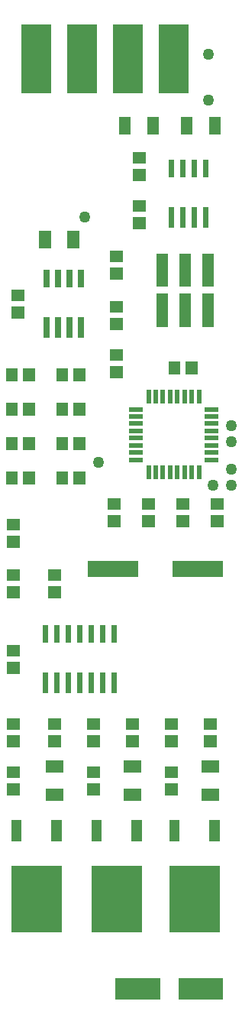
<source format=gbr>
G04 start of page 9 for group -4015 idx -4015 *
G04 Title: LED driver v. 0.1, toppaste *
G04 Creator: pcb 1.99x *
G04 CreationDate: Sun Jul 26 20:33:58 2009 UTC *
G04 For: davidellsworth *
G04 Format: Gerber/RS-274X *
G04 PCB-Dimensions: 113000 481000 *
G04 PCB-Coordinate-Origin: lower left *
%MOIN*%
%FSLAX24Y24*%
%LNFRONTPASTE*%
%ADD18C,0.0500*%
%ADD24R,0.0512X0.0512*%
%ADD25R,0.0250X0.0250*%
%ADD26R,0.1300X0.1300*%
%ADD27R,0.0200X0.0200*%
%ADD28R,0.0500X0.0500*%
%ADD29R,0.2200X0.2200*%
%ADD30R,0.0450X0.0450*%
%ADD31R,0.0950X0.0950*%
%ADD32R,0.0700X0.0700*%
G54D29*X2100Y10200D02*Y9500D01*
G54D30*X2975Y13075D02*Y12575D01*
X1225Y13075D02*Y12575D01*
G54D24*X6560Y39322D02*X6639D01*
X6560Y40077D02*X6639D01*
G54D28*X7600Y36000D02*Y35050D01*
Y37750D02*Y36800D01*
X8600Y36000D02*Y35050D01*
Y37750D02*Y36800D01*
X9600Y36000D02*Y35050D01*
Y37750D02*Y36800D01*
G54D18*X10600Y29800D03*
Y28600D03*
G54D25*X8000Y41950D02*Y41450D01*
X8500Y41950D02*Y41450D01*
X9000Y41950D02*Y41450D01*
X9500Y41950D02*Y41450D01*
X8500Y39900D02*Y39250D01*
X9000Y39900D02*Y39250D01*
X9500Y39900D02*Y39250D01*
X8000Y39900D02*Y39250D01*
G54D18*X10600Y30500D03*
Y27900D03*
X9800D03*
X4200Y39600D03*
G54D24*X4560Y14622D02*X4639D01*
X4560Y15377D02*X4639D01*
X5560Y37122D02*X5639D01*
X5560Y37877D02*X5639D01*
X1260Y36177D02*X1339D01*
X1260Y35422D02*X1339D01*
X6181Y15615D02*X6418D01*
X6181Y14384D02*X6418D01*
X1060Y16722D02*X1139D01*
X1060Y17477D02*X1139D01*
X1060Y14622D02*X1139D01*
X1060Y15377D02*X1139D01*
X1060Y25422D02*X1139D01*
X1060Y26177D02*X1139D01*
X9581Y15615D02*X9818D01*
X9581Y14384D02*X9818D01*
X9660Y16722D02*X9739D01*
X9660Y17477D02*X9739D01*
X3222Y31239D02*Y31160D01*
X3977Y31239D02*Y31160D01*
X9960Y26322D02*X10039D01*
X9960Y27077D02*X10039D01*
G54D32*X8400Y24250D02*X9900D01*
X4700D02*X6200D01*
G54D24*X8460Y27077D02*X8539D01*
X8460Y26322D02*X8539D01*
G54D27*X6997Y28646D02*Y28246D01*
X7312Y28646D02*Y28246D01*
X7627Y28646D02*Y28246D01*
X7942Y28646D02*Y28246D01*
X8257Y28646D02*Y28246D01*
X8572Y28646D02*Y28246D01*
X8887Y28646D02*Y28246D01*
X9202Y28646D02*Y28246D01*
X9553Y28997D02*X9953D01*
X9553Y29312D02*X9953D01*
X9553Y29627D02*X9953D01*
X9553Y29942D02*X9953D01*
X9553Y30257D02*X9953D01*
X9553Y30572D02*X9953D01*
X9553Y30887D02*X9953D01*
X9553Y31202D02*X9953D01*
X9202Y31953D02*Y31553D01*
X8887Y31953D02*Y31553D01*
X8572Y31953D02*Y31553D01*
X8257Y31953D02*Y31553D01*
X7942Y31953D02*Y31553D01*
X7627Y31953D02*Y31553D01*
X7312Y31953D02*Y31553D01*
X6997Y31953D02*Y31553D01*
X6246Y31202D02*X6646D01*
X6246Y30887D02*X6646D01*
X6246Y30572D02*X6646D01*
X6246Y30257D02*X6646D01*
X6246Y29942D02*X6646D01*
X6246Y29627D02*X6646D01*
X6246Y29312D02*X6646D01*
X6246Y28997D02*X6646D01*
G54D25*X2550Y37150D02*Y36650D01*
X3050Y37150D02*Y36650D01*
X3550Y37150D02*Y36650D01*
X4050Y37150D02*Y36650D01*
X3050Y35100D02*Y34450D01*
X3550Y35100D02*Y34450D01*
X4050Y35100D02*Y34450D01*
X2550Y35100D02*Y34450D01*
G54D24*X7960Y14622D02*X8039D01*
X7960Y15377D02*X8039D01*
X2781Y15615D02*X3018D01*
X2781Y14384D02*X3018D01*
X7960Y16722D02*X8039D01*
X7960Y17477D02*X8039D01*
G54D29*X5600Y10200D02*Y9500D01*
G54D30*X6475Y13075D02*Y12575D01*
X4725Y13075D02*Y12575D01*
G54D18*X9600Y44700D03*
G54D24*X1022Y31239D02*Y31160D01*
X1777Y31239D02*Y31160D01*
X2860Y16722D02*X2939D01*
X2860Y17477D02*X2939D01*
G54D18*X9600Y46700D03*
G54D24*X1022Y29739D02*Y29660D01*
X1777Y29739D02*Y29660D01*
X5460Y26322D02*X5539D01*
X5460Y27077D02*X5539D01*
X2860Y23222D02*X2939D01*
X2860Y23977D02*X2939D01*
X3222Y29739D02*Y29660D01*
X3977Y29739D02*Y29660D01*
X1060Y19922D02*X1139D01*
X1060Y20677D02*X1139D01*
X6260Y16722D02*X6339D01*
X6260Y17477D02*X6339D01*
X5560Y34922D02*X5639D01*
X5560Y35677D02*X5639D01*
X5967Y43684D02*Y43448D01*
X7198Y43684D02*Y43448D01*
X8877Y33039D02*Y32960D01*
X8122Y33039D02*Y32960D01*
X8667Y43684D02*Y43448D01*
X9898Y43684D02*Y43448D01*
G54D31*X6025Y5925D02*X7025D01*
X8775D02*X9775D01*
G54D24*X5560Y32822D02*X5639D01*
X5560Y33577D02*X5639D01*
X3222Y28239D02*Y28160D01*
X3977Y28239D02*Y28160D01*
X1022Y32739D02*Y32660D01*
X1777Y32739D02*Y32660D01*
X1022Y28239D02*Y28160D01*
X1777Y28239D02*Y28160D01*
G54D26*X8100Y47350D02*Y45650D01*
X6100Y47350D02*Y45650D01*
X4100Y47350D02*Y45650D01*
X2100Y47350D02*Y45650D01*
G54D24*X6560Y42177D02*X6639D01*
X6560Y41422D02*X6639D01*
G54D29*X9000Y10200D02*Y9500D01*
G54D30*X9875Y13075D02*Y12575D01*
X8125Y13075D02*Y12575D01*
G54D24*X4560Y16722D02*X4639D01*
X4560Y17477D02*X4639D01*
X6960Y27077D02*X7039D01*
X6960Y26322D02*X7039D01*
X3715Y38718D02*Y38481D01*
X2484Y38718D02*Y38481D01*
X1060Y23222D02*X1139D01*
X1060Y23977D02*X1139D01*
G54D25*X2500Y21650D02*Y21150D01*
X3000Y21650D02*Y21150D01*
X3500Y21650D02*Y21150D01*
X4000Y21650D02*Y21150D01*
X4500Y21650D02*Y21150D01*
X5000Y21650D02*Y21150D01*
X5500Y21650D02*Y21150D01*
Y19600D02*Y18950D01*
X5000Y19600D02*Y18950D01*
X4500Y19600D02*Y18950D01*
X4000Y19600D02*Y18950D01*
X3500Y19600D02*Y18950D01*
X3000Y19600D02*Y18950D01*
X2500Y19600D02*Y18950D01*
G54D18*X4800Y28900D03*
G54D24*X3222Y32739D02*Y32660D01*
X3977Y32739D02*Y32660D01*
M02*

</source>
